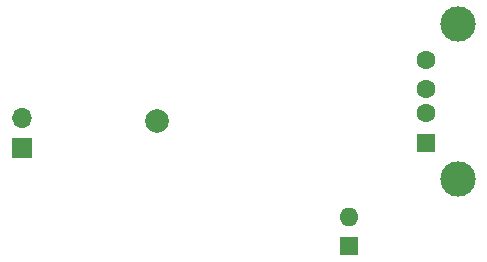
<source format=gbr>
%TF.GenerationSoftware,KiCad,Pcbnew,(6.0.7-1)-1*%
%TF.CreationDate,2023-01-16T13:52:54-08:00*%
%TF.ProjectId,updated_boost_USB_charger,75706461-7465-4645-9f62-6f6f73745f55,rev?*%
%TF.SameCoordinates,Original*%
%TF.FileFunction,Soldermask,Bot*%
%TF.FilePolarity,Negative*%
%FSLAX46Y46*%
G04 Gerber Fmt 4.6, Leading zero omitted, Abs format (unit mm)*
G04 Created by KiCad (PCBNEW (6.0.7-1)-1) date 2023-01-16 13:52:54*
%MOMM*%
%LPD*%
G01*
G04 APERTURE LIST*
%ADD10O,1.700000X1.700000*%
%ADD11R,1.700000X1.700000*%
%ADD12O,1.600000X1.600000*%
%ADD13R,1.600000X1.600000*%
%ADD14C,2.000000*%
%ADD15R,1.500000X1.600000*%
%ADD16C,1.600000*%
%ADD17C,3.000000*%
G04 APERTURE END LIST*
D10*
%TO.C,BT1*%
X90932000Y-108072000D03*
D11*
X90932000Y-110612000D03*
%TD*%
D12*
%TO.C,C4*%
X118618000Y-116459000D03*
D13*
X118618000Y-118959000D03*
%TD*%
D14*
%TO.C,Test Point*%
X102362000Y-108331000D03*
%TD*%
D15*
%TO.C,J1*%
X125196000Y-110180000D03*
D16*
X125196000Y-107680000D03*
X125196000Y-105680000D03*
X125196000Y-103180000D03*
D17*
X127906000Y-100110000D03*
X127906000Y-113250000D03*
%TD*%
M02*

</source>
